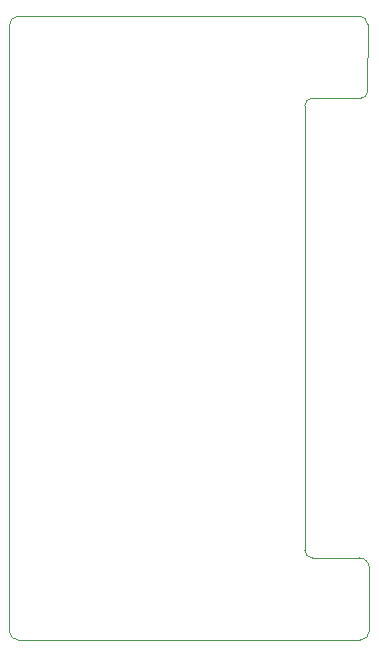
<source format=gbr>
%TF.GenerationSoftware,KiCad,Pcbnew,9.0.2*%
%TF.CreationDate,2025-06-12T21:47:04+05:30*%
%TF.ProjectId,Breadboard power supply,42726561-6462-46f6-9172-6420706f7765,rev?*%
%TF.SameCoordinates,Original*%
%TF.FileFunction,Profile,NP*%
%FSLAX46Y46*%
G04 Gerber Fmt 4.6, Leading zero omitted, Abs format (unit mm)*
G04 Created by KiCad (PCBNEW 9.0.2) date 2025-06-12 21:47:04*
%MOMM*%
%LPD*%
G01*
G04 APERTURE LIST*
%TA.AperFunction,Profile*%
%ADD10C,0.050000*%
%TD*%
G04 APERTURE END LIST*
D10*
X165947195Y-68390458D02*
G75*
G02*
X165404800Y-68932895I-542395J-42D01*
G01*
X160627649Y-69596000D02*
G75*
G02*
X161290000Y-68933649I662351J0D01*
G01*
X161290000Y-107850351D02*
G75*
G02*
X160627649Y-107188000I0J662351D01*
G01*
X161290000Y-68933649D02*
X165404800Y-68932853D01*
X160627649Y-107188000D02*
X160627649Y-69596000D01*
X135636000Y-62738000D02*
G75*
G02*
X136398000Y-61976000I762000J0D01*
G01*
X136398000Y-114814743D02*
G75*
G02*
X135629257Y-114046000I0J768743D01*
G01*
X166116000Y-114046000D02*
G75*
G02*
X165354000Y-114808000I-762000J0D01*
G01*
X165237161Y-61974351D02*
X136398000Y-61976000D01*
X135636000Y-62738000D02*
X135629257Y-114046000D01*
X165259900Y-107852983D02*
X161290000Y-107850351D01*
X165965355Y-62678185D02*
X165947123Y-68399291D01*
X166111417Y-108704500D02*
X166111417Y-114046000D01*
X165344599Y-114807942D02*
X136398000Y-114814743D01*
X165237155Y-61974351D02*
G75*
G02*
X165965412Y-62687200I15245J-712849D01*
G01*
X165259854Y-107852983D02*
G75*
G02*
X166111417Y-108704546I46J-851517D01*
G01*
M02*

</source>
